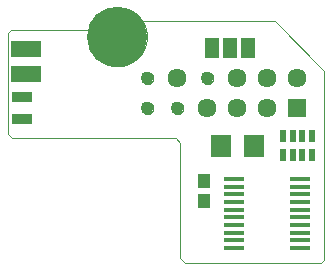
<source format=gts>
G04 EAGLE Gerber RS-274X export*
G75*
%MOMM*%
%FSLAX34Y34*%
%LPD*%
%INLötstopplack top*%
%IPPOS*%
%AMOC8*
5,1,8,0,0,1.08239X$1,22.5*%
G01*
%ADD10C,0.000000*%
%ADD11C,5.101600*%
%ADD12R,1.701600X0.451600*%
%ADD13R,0.600000X1.000000*%
%ADD14R,1.701600X0.901600*%
%ADD15R,1.101600X1.201600*%
%ADD16R,1.701600X1.901600*%
%ADD17R,2.641600X1.371600*%
%ADD18R,1.609600X1.609600*%
%ADD19C,1.609600*%
%ADD20C,1.101600*%
%ADD21R,1.270000X1.701800*%


D10*
X70200Y200100D02*
X70208Y200714D01*
X70230Y201327D01*
X70268Y201939D01*
X70320Y202550D01*
X70388Y203160D01*
X70471Y203768D01*
X70568Y204374D01*
X70680Y204977D01*
X70807Y205578D01*
X70949Y206175D01*
X71106Y206768D01*
X71276Y207357D01*
X71462Y207942D01*
X71661Y208522D01*
X71875Y209097D01*
X72103Y209667D01*
X72345Y210231D01*
X72600Y210789D01*
X72869Y211340D01*
X73152Y211885D01*
X73448Y212422D01*
X73757Y212953D01*
X74079Y213475D01*
X74413Y213989D01*
X74760Y214495D01*
X75120Y214992D01*
X75491Y215481D01*
X75875Y215960D01*
X76270Y216429D01*
X76676Y216889D01*
X77094Y217339D01*
X77522Y217778D01*
X77961Y218206D01*
X78411Y218624D01*
X78871Y219030D01*
X79340Y219425D01*
X79819Y219809D01*
X80308Y220180D01*
X80805Y220540D01*
X81311Y220887D01*
X81825Y221221D01*
X82347Y221543D01*
X82878Y221852D01*
X83415Y222148D01*
X83960Y222431D01*
X84511Y222700D01*
X85069Y222955D01*
X85633Y223197D01*
X86203Y223425D01*
X86778Y223639D01*
X87358Y223838D01*
X87943Y224024D01*
X88532Y224194D01*
X89125Y224351D01*
X89722Y224493D01*
X90323Y224620D01*
X90926Y224732D01*
X91532Y224829D01*
X92140Y224912D01*
X92750Y224980D01*
X93361Y225032D01*
X93973Y225070D01*
X94586Y225092D01*
X95200Y225100D01*
X95814Y225092D01*
X96427Y225070D01*
X97039Y225032D01*
X97650Y224980D01*
X98260Y224912D01*
X98868Y224829D01*
X99474Y224732D01*
X100077Y224620D01*
X100678Y224493D01*
X101275Y224351D01*
X101868Y224194D01*
X102457Y224024D01*
X103042Y223838D01*
X103622Y223639D01*
X104197Y223425D01*
X104767Y223197D01*
X105331Y222955D01*
X105889Y222700D01*
X106440Y222431D01*
X106985Y222148D01*
X107522Y221852D01*
X108053Y221543D01*
X108575Y221221D01*
X109089Y220887D01*
X109595Y220540D01*
X110092Y220180D01*
X110581Y219809D01*
X111060Y219425D01*
X111529Y219030D01*
X111989Y218624D01*
X112439Y218206D01*
X112878Y217778D01*
X113306Y217339D01*
X113724Y216889D01*
X114130Y216429D01*
X114525Y215960D01*
X114909Y215481D01*
X115280Y214992D01*
X115640Y214495D01*
X115987Y213989D01*
X116321Y213475D01*
X116643Y212953D01*
X116952Y212422D01*
X117248Y211885D01*
X117531Y211340D01*
X117800Y210789D01*
X118055Y210231D01*
X118297Y209667D01*
X118525Y209097D01*
X118739Y208522D01*
X118938Y207942D01*
X119124Y207357D01*
X119294Y206768D01*
X119451Y206175D01*
X119593Y205578D01*
X119720Y204977D01*
X119832Y204374D01*
X119929Y203768D01*
X120012Y203160D01*
X120080Y202550D01*
X120132Y201939D01*
X120170Y201327D01*
X120192Y200714D01*
X120200Y200100D01*
X120192Y199486D01*
X120170Y198873D01*
X120132Y198261D01*
X120080Y197650D01*
X120012Y197040D01*
X119929Y196432D01*
X119832Y195826D01*
X119720Y195223D01*
X119593Y194622D01*
X119451Y194025D01*
X119294Y193432D01*
X119124Y192843D01*
X118938Y192258D01*
X118739Y191678D01*
X118525Y191103D01*
X118297Y190533D01*
X118055Y189969D01*
X117800Y189411D01*
X117531Y188860D01*
X117248Y188315D01*
X116952Y187778D01*
X116643Y187247D01*
X116321Y186725D01*
X115987Y186211D01*
X115640Y185705D01*
X115280Y185208D01*
X114909Y184719D01*
X114525Y184240D01*
X114130Y183771D01*
X113724Y183311D01*
X113306Y182861D01*
X112878Y182422D01*
X112439Y181994D01*
X111989Y181576D01*
X111529Y181170D01*
X111060Y180775D01*
X110581Y180391D01*
X110092Y180020D01*
X109595Y179660D01*
X109089Y179313D01*
X108575Y178979D01*
X108053Y178657D01*
X107522Y178348D01*
X106985Y178052D01*
X106440Y177769D01*
X105889Y177500D01*
X105331Y177245D01*
X104767Y177003D01*
X104197Y176775D01*
X103622Y176561D01*
X103042Y176362D01*
X102457Y176176D01*
X101868Y176006D01*
X101275Y175849D01*
X100678Y175707D01*
X100077Y175580D01*
X99474Y175468D01*
X98868Y175371D01*
X98260Y175288D01*
X97650Y175220D01*
X97039Y175168D01*
X96427Y175130D01*
X95814Y175108D01*
X95200Y175100D01*
X94586Y175108D01*
X93973Y175130D01*
X93361Y175168D01*
X92750Y175220D01*
X92140Y175288D01*
X91532Y175371D01*
X90926Y175468D01*
X90323Y175580D01*
X89722Y175707D01*
X89125Y175849D01*
X88532Y176006D01*
X87943Y176176D01*
X87358Y176362D01*
X86778Y176561D01*
X86203Y176775D01*
X85633Y177003D01*
X85069Y177245D01*
X84511Y177500D01*
X83960Y177769D01*
X83415Y178052D01*
X82878Y178348D01*
X82347Y178657D01*
X81825Y178979D01*
X81311Y179313D01*
X80805Y179660D01*
X80308Y180020D01*
X79819Y180391D01*
X79340Y180775D01*
X78871Y181170D01*
X78411Y181576D01*
X77961Y181994D01*
X77522Y182422D01*
X77094Y182861D01*
X76676Y183311D01*
X76270Y183771D01*
X75875Y184240D01*
X75491Y184719D01*
X75120Y185208D01*
X74760Y185705D01*
X74413Y186211D01*
X74079Y186725D01*
X73757Y187247D01*
X73448Y187778D01*
X73152Y188315D01*
X72869Y188860D01*
X72600Y189411D01*
X72345Y189969D01*
X72103Y190533D01*
X71875Y191103D01*
X71661Y191678D01*
X71462Y192258D01*
X71276Y192843D01*
X71106Y193432D01*
X70949Y194025D01*
X70807Y194622D01*
X70680Y195223D01*
X70568Y195826D01*
X70471Y196432D01*
X70388Y197040D01*
X70320Y197650D01*
X70268Y198261D01*
X70230Y198873D01*
X70208Y199486D01*
X70200Y200100D01*
D11*
X95200Y200100D03*
D10*
X144780Y114300D02*
X148590Y110490D01*
X148590Y12700D01*
X152400Y8890D01*
X267970Y8890D01*
X270510Y11430D01*
X270510Y171450D01*
X228600Y213360D01*
X5080Y205740D02*
X2540Y203200D01*
X2540Y118110D01*
X6350Y114300D01*
X144780Y114300D01*
X101600Y213360D02*
X228600Y213360D01*
X101600Y213360D02*
X93980Y205740D01*
X5080Y205740D01*
D12*
X194250Y79750D03*
X194250Y73250D03*
X194250Y66750D03*
X194250Y60250D03*
X194250Y53750D03*
X194250Y47250D03*
X194250Y40750D03*
X194250Y34250D03*
X194250Y27750D03*
X194250Y21250D03*
X250250Y21250D03*
X250250Y27750D03*
X250250Y34250D03*
X250250Y40750D03*
X250250Y47250D03*
X250250Y53750D03*
X250250Y60250D03*
X250250Y66750D03*
X250250Y73250D03*
X250250Y79750D03*
D13*
X235650Y99950D03*
X243650Y99950D03*
X251650Y99950D03*
X259650Y99950D03*
X259650Y115950D03*
X251650Y115950D03*
X243650Y115950D03*
X235650Y115950D03*
D14*
X14288Y149225D03*
X14288Y130175D03*
D15*
X168275Y61350D03*
X168275Y78350D03*
D16*
X182850Y107950D03*
X210850Y107950D03*
D17*
X17780Y189865D03*
D18*
X247650Y139700D03*
D19*
X247650Y165100D03*
X222250Y139700D03*
X222250Y165100D03*
X196850Y139700D03*
X196850Y165100D03*
X146050Y165100D03*
D10*
X141050Y139700D02*
X141052Y139841D01*
X141058Y139982D01*
X141068Y140122D01*
X141082Y140262D01*
X141100Y140402D01*
X141121Y140541D01*
X141147Y140680D01*
X141176Y140818D01*
X141210Y140954D01*
X141247Y141090D01*
X141288Y141225D01*
X141333Y141359D01*
X141382Y141491D01*
X141434Y141622D01*
X141490Y141751D01*
X141550Y141878D01*
X141613Y142004D01*
X141679Y142128D01*
X141750Y142251D01*
X141823Y142371D01*
X141900Y142489D01*
X141980Y142605D01*
X142064Y142718D01*
X142150Y142829D01*
X142240Y142938D01*
X142333Y143044D01*
X142428Y143147D01*
X142527Y143248D01*
X142628Y143346D01*
X142732Y143441D01*
X142839Y143533D01*
X142948Y143622D01*
X143060Y143707D01*
X143174Y143790D01*
X143290Y143870D01*
X143409Y143946D01*
X143530Y144018D01*
X143652Y144088D01*
X143777Y144153D01*
X143903Y144216D01*
X144031Y144274D01*
X144161Y144329D01*
X144292Y144381D01*
X144425Y144428D01*
X144559Y144472D01*
X144694Y144513D01*
X144830Y144549D01*
X144967Y144581D01*
X145105Y144610D01*
X145243Y144635D01*
X145383Y144655D01*
X145523Y144672D01*
X145663Y144685D01*
X145804Y144694D01*
X145944Y144699D01*
X146085Y144700D01*
X146226Y144697D01*
X146367Y144690D01*
X146507Y144679D01*
X146647Y144664D01*
X146787Y144645D01*
X146926Y144623D01*
X147064Y144596D01*
X147202Y144566D01*
X147338Y144531D01*
X147474Y144493D01*
X147608Y144451D01*
X147742Y144405D01*
X147874Y144356D01*
X148004Y144302D01*
X148133Y144245D01*
X148260Y144185D01*
X148386Y144121D01*
X148509Y144053D01*
X148631Y143982D01*
X148751Y143908D01*
X148868Y143830D01*
X148983Y143749D01*
X149096Y143665D01*
X149207Y143578D01*
X149315Y143487D01*
X149420Y143394D01*
X149523Y143297D01*
X149623Y143198D01*
X149720Y143096D01*
X149814Y142991D01*
X149905Y142884D01*
X149993Y142774D01*
X150078Y142662D01*
X150160Y142547D01*
X150239Y142430D01*
X150314Y142311D01*
X150386Y142190D01*
X150454Y142067D01*
X150519Y141942D01*
X150581Y141815D01*
X150638Y141686D01*
X150693Y141556D01*
X150743Y141425D01*
X150790Y141292D01*
X150833Y141158D01*
X150872Y141022D01*
X150907Y140886D01*
X150939Y140749D01*
X150966Y140611D01*
X150990Y140472D01*
X151010Y140332D01*
X151026Y140192D01*
X151038Y140052D01*
X151046Y139911D01*
X151050Y139770D01*
X151050Y139630D01*
X151046Y139489D01*
X151038Y139348D01*
X151026Y139208D01*
X151010Y139068D01*
X150990Y138928D01*
X150966Y138789D01*
X150939Y138651D01*
X150907Y138514D01*
X150872Y138378D01*
X150833Y138242D01*
X150790Y138108D01*
X150743Y137975D01*
X150693Y137844D01*
X150638Y137714D01*
X150581Y137585D01*
X150519Y137458D01*
X150454Y137333D01*
X150386Y137210D01*
X150314Y137089D01*
X150239Y136970D01*
X150160Y136853D01*
X150078Y136738D01*
X149993Y136626D01*
X149905Y136516D01*
X149814Y136409D01*
X149720Y136304D01*
X149623Y136202D01*
X149523Y136103D01*
X149420Y136006D01*
X149315Y135913D01*
X149207Y135822D01*
X149096Y135735D01*
X148983Y135651D01*
X148868Y135570D01*
X148751Y135492D01*
X148631Y135418D01*
X148509Y135347D01*
X148386Y135279D01*
X148260Y135215D01*
X148133Y135155D01*
X148004Y135098D01*
X147874Y135044D01*
X147742Y134995D01*
X147608Y134949D01*
X147474Y134907D01*
X147338Y134869D01*
X147202Y134834D01*
X147064Y134804D01*
X146926Y134777D01*
X146787Y134755D01*
X146647Y134736D01*
X146507Y134721D01*
X146367Y134710D01*
X146226Y134703D01*
X146085Y134700D01*
X145944Y134701D01*
X145804Y134706D01*
X145663Y134715D01*
X145523Y134728D01*
X145383Y134745D01*
X145243Y134765D01*
X145105Y134790D01*
X144967Y134819D01*
X144830Y134851D01*
X144694Y134887D01*
X144559Y134928D01*
X144425Y134972D01*
X144292Y135019D01*
X144161Y135071D01*
X144031Y135126D01*
X143903Y135184D01*
X143777Y135247D01*
X143652Y135312D01*
X143530Y135382D01*
X143409Y135454D01*
X143290Y135530D01*
X143174Y135610D01*
X143060Y135693D01*
X142948Y135778D01*
X142839Y135867D01*
X142732Y135959D01*
X142628Y136054D01*
X142527Y136152D01*
X142428Y136253D01*
X142333Y136356D01*
X142240Y136462D01*
X142150Y136571D01*
X142064Y136682D01*
X141980Y136795D01*
X141900Y136911D01*
X141823Y137029D01*
X141750Y137149D01*
X141679Y137272D01*
X141613Y137396D01*
X141550Y137522D01*
X141490Y137649D01*
X141434Y137778D01*
X141382Y137909D01*
X141333Y138041D01*
X141288Y138175D01*
X141247Y138310D01*
X141210Y138446D01*
X141176Y138582D01*
X141147Y138720D01*
X141121Y138859D01*
X141100Y138998D01*
X141082Y139138D01*
X141068Y139278D01*
X141058Y139418D01*
X141052Y139559D01*
X141050Y139700D01*
D20*
X146050Y139700D03*
D10*
X115650Y139700D02*
X115652Y139841D01*
X115658Y139982D01*
X115668Y140122D01*
X115682Y140262D01*
X115700Y140402D01*
X115721Y140541D01*
X115747Y140680D01*
X115776Y140818D01*
X115810Y140954D01*
X115847Y141090D01*
X115888Y141225D01*
X115933Y141359D01*
X115982Y141491D01*
X116034Y141622D01*
X116090Y141751D01*
X116150Y141878D01*
X116213Y142004D01*
X116279Y142128D01*
X116350Y142251D01*
X116423Y142371D01*
X116500Y142489D01*
X116580Y142605D01*
X116664Y142718D01*
X116750Y142829D01*
X116840Y142938D01*
X116933Y143044D01*
X117028Y143147D01*
X117127Y143248D01*
X117228Y143346D01*
X117332Y143441D01*
X117439Y143533D01*
X117548Y143622D01*
X117660Y143707D01*
X117774Y143790D01*
X117890Y143870D01*
X118009Y143946D01*
X118130Y144018D01*
X118252Y144088D01*
X118377Y144153D01*
X118503Y144216D01*
X118631Y144274D01*
X118761Y144329D01*
X118892Y144381D01*
X119025Y144428D01*
X119159Y144472D01*
X119294Y144513D01*
X119430Y144549D01*
X119567Y144581D01*
X119705Y144610D01*
X119843Y144635D01*
X119983Y144655D01*
X120123Y144672D01*
X120263Y144685D01*
X120404Y144694D01*
X120544Y144699D01*
X120685Y144700D01*
X120826Y144697D01*
X120967Y144690D01*
X121107Y144679D01*
X121247Y144664D01*
X121387Y144645D01*
X121526Y144623D01*
X121664Y144596D01*
X121802Y144566D01*
X121938Y144531D01*
X122074Y144493D01*
X122208Y144451D01*
X122342Y144405D01*
X122474Y144356D01*
X122604Y144302D01*
X122733Y144245D01*
X122860Y144185D01*
X122986Y144121D01*
X123109Y144053D01*
X123231Y143982D01*
X123351Y143908D01*
X123468Y143830D01*
X123583Y143749D01*
X123696Y143665D01*
X123807Y143578D01*
X123915Y143487D01*
X124020Y143394D01*
X124123Y143297D01*
X124223Y143198D01*
X124320Y143096D01*
X124414Y142991D01*
X124505Y142884D01*
X124593Y142774D01*
X124678Y142662D01*
X124760Y142547D01*
X124839Y142430D01*
X124914Y142311D01*
X124986Y142190D01*
X125054Y142067D01*
X125119Y141942D01*
X125181Y141815D01*
X125238Y141686D01*
X125293Y141556D01*
X125343Y141425D01*
X125390Y141292D01*
X125433Y141158D01*
X125472Y141022D01*
X125507Y140886D01*
X125539Y140749D01*
X125566Y140611D01*
X125590Y140472D01*
X125610Y140332D01*
X125626Y140192D01*
X125638Y140052D01*
X125646Y139911D01*
X125650Y139770D01*
X125650Y139630D01*
X125646Y139489D01*
X125638Y139348D01*
X125626Y139208D01*
X125610Y139068D01*
X125590Y138928D01*
X125566Y138789D01*
X125539Y138651D01*
X125507Y138514D01*
X125472Y138378D01*
X125433Y138242D01*
X125390Y138108D01*
X125343Y137975D01*
X125293Y137844D01*
X125238Y137714D01*
X125181Y137585D01*
X125119Y137458D01*
X125054Y137333D01*
X124986Y137210D01*
X124914Y137089D01*
X124839Y136970D01*
X124760Y136853D01*
X124678Y136738D01*
X124593Y136626D01*
X124505Y136516D01*
X124414Y136409D01*
X124320Y136304D01*
X124223Y136202D01*
X124123Y136103D01*
X124020Y136006D01*
X123915Y135913D01*
X123807Y135822D01*
X123696Y135735D01*
X123583Y135651D01*
X123468Y135570D01*
X123351Y135492D01*
X123231Y135418D01*
X123109Y135347D01*
X122986Y135279D01*
X122860Y135215D01*
X122733Y135155D01*
X122604Y135098D01*
X122474Y135044D01*
X122342Y134995D01*
X122208Y134949D01*
X122074Y134907D01*
X121938Y134869D01*
X121802Y134834D01*
X121664Y134804D01*
X121526Y134777D01*
X121387Y134755D01*
X121247Y134736D01*
X121107Y134721D01*
X120967Y134710D01*
X120826Y134703D01*
X120685Y134700D01*
X120544Y134701D01*
X120404Y134706D01*
X120263Y134715D01*
X120123Y134728D01*
X119983Y134745D01*
X119843Y134765D01*
X119705Y134790D01*
X119567Y134819D01*
X119430Y134851D01*
X119294Y134887D01*
X119159Y134928D01*
X119025Y134972D01*
X118892Y135019D01*
X118761Y135071D01*
X118631Y135126D01*
X118503Y135184D01*
X118377Y135247D01*
X118252Y135312D01*
X118130Y135382D01*
X118009Y135454D01*
X117890Y135530D01*
X117774Y135610D01*
X117660Y135693D01*
X117548Y135778D01*
X117439Y135867D01*
X117332Y135959D01*
X117228Y136054D01*
X117127Y136152D01*
X117028Y136253D01*
X116933Y136356D01*
X116840Y136462D01*
X116750Y136571D01*
X116664Y136682D01*
X116580Y136795D01*
X116500Y136911D01*
X116423Y137029D01*
X116350Y137149D01*
X116279Y137272D01*
X116213Y137396D01*
X116150Y137522D01*
X116090Y137649D01*
X116034Y137778D01*
X115982Y137909D01*
X115933Y138041D01*
X115888Y138175D01*
X115847Y138310D01*
X115810Y138446D01*
X115776Y138582D01*
X115747Y138720D01*
X115721Y138859D01*
X115700Y138998D01*
X115682Y139138D01*
X115668Y139278D01*
X115658Y139418D01*
X115652Y139559D01*
X115650Y139700D01*
D20*
X120650Y139700D03*
D10*
X115650Y165100D02*
X115652Y165241D01*
X115658Y165382D01*
X115668Y165522D01*
X115682Y165662D01*
X115700Y165802D01*
X115721Y165941D01*
X115747Y166080D01*
X115776Y166218D01*
X115810Y166354D01*
X115847Y166490D01*
X115888Y166625D01*
X115933Y166759D01*
X115982Y166891D01*
X116034Y167022D01*
X116090Y167151D01*
X116150Y167278D01*
X116213Y167404D01*
X116279Y167528D01*
X116350Y167651D01*
X116423Y167771D01*
X116500Y167889D01*
X116580Y168005D01*
X116664Y168118D01*
X116750Y168229D01*
X116840Y168338D01*
X116933Y168444D01*
X117028Y168547D01*
X117127Y168648D01*
X117228Y168746D01*
X117332Y168841D01*
X117439Y168933D01*
X117548Y169022D01*
X117660Y169107D01*
X117774Y169190D01*
X117890Y169270D01*
X118009Y169346D01*
X118130Y169418D01*
X118252Y169488D01*
X118377Y169553D01*
X118503Y169616D01*
X118631Y169674D01*
X118761Y169729D01*
X118892Y169781D01*
X119025Y169828D01*
X119159Y169872D01*
X119294Y169913D01*
X119430Y169949D01*
X119567Y169981D01*
X119705Y170010D01*
X119843Y170035D01*
X119983Y170055D01*
X120123Y170072D01*
X120263Y170085D01*
X120404Y170094D01*
X120544Y170099D01*
X120685Y170100D01*
X120826Y170097D01*
X120967Y170090D01*
X121107Y170079D01*
X121247Y170064D01*
X121387Y170045D01*
X121526Y170023D01*
X121664Y169996D01*
X121802Y169966D01*
X121938Y169931D01*
X122074Y169893D01*
X122208Y169851D01*
X122342Y169805D01*
X122474Y169756D01*
X122604Y169702D01*
X122733Y169645D01*
X122860Y169585D01*
X122986Y169521D01*
X123109Y169453D01*
X123231Y169382D01*
X123351Y169308D01*
X123468Y169230D01*
X123583Y169149D01*
X123696Y169065D01*
X123807Y168978D01*
X123915Y168887D01*
X124020Y168794D01*
X124123Y168697D01*
X124223Y168598D01*
X124320Y168496D01*
X124414Y168391D01*
X124505Y168284D01*
X124593Y168174D01*
X124678Y168062D01*
X124760Y167947D01*
X124839Y167830D01*
X124914Y167711D01*
X124986Y167590D01*
X125054Y167467D01*
X125119Y167342D01*
X125181Y167215D01*
X125238Y167086D01*
X125293Y166956D01*
X125343Y166825D01*
X125390Y166692D01*
X125433Y166558D01*
X125472Y166422D01*
X125507Y166286D01*
X125539Y166149D01*
X125566Y166011D01*
X125590Y165872D01*
X125610Y165732D01*
X125626Y165592D01*
X125638Y165452D01*
X125646Y165311D01*
X125650Y165170D01*
X125650Y165030D01*
X125646Y164889D01*
X125638Y164748D01*
X125626Y164608D01*
X125610Y164468D01*
X125590Y164328D01*
X125566Y164189D01*
X125539Y164051D01*
X125507Y163914D01*
X125472Y163778D01*
X125433Y163642D01*
X125390Y163508D01*
X125343Y163375D01*
X125293Y163244D01*
X125238Y163114D01*
X125181Y162985D01*
X125119Y162858D01*
X125054Y162733D01*
X124986Y162610D01*
X124914Y162489D01*
X124839Y162370D01*
X124760Y162253D01*
X124678Y162138D01*
X124593Y162026D01*
X124505Y161916D01*
X124414Y161809D01*
X124320Y161704D01*
X124223Y161602D01*
X124123Y161503D01*
X124020Y161406D01*
X123915Y161313D01*
X123807Y161222D01*
X123696Y161135D01*
X123583Y161051D01*
X123468Y160970D01*
X123351Y160892D01*
X123231Y160818D01*
X123109Y160747D01*
X122986Y160679D01*
X122860Y160615D01*
X122733Y160555D01*
X122604Y160498D01*
X122474Y160444D01*
X122342Y160395D01*
X122208Y160349D01*
X122074Y160307D01*
X121938Y160269D01*
X121802Y160234D01*
X121664Y160204D01*
X121526Y160177D01*
X121387Y160155D01*
X121247Y160136D01*
X121107Y160121D01*
X120967Y160110D01*
X120826Y160103D01*
X120685Y160100D01*
X120544Y160101D01*
X120404Y160106D01*
X120263Y160115D01*
X120123Y160128D01*
X119983Y160145D01*
X119843Y160165D01*
X119705Y160190D01*
X119567Y160219D01*
X119430Y160251D01*
X119294Y160287D01*
X119159Y160328D01*
X119025Y160372D01*
X118892Y160419D01*
X118761Y160471D01*
X118631Y160526D01*
X118503Y160584D01*
X118377Y160647D01*
X118252Y160712D01*
X118130Y160782D01*
X118009Y160854D01*
X117890Y160930D01*
X117774Y161010D01*
X117660Y161093D01*
X117548Y161178D01*
X117439Y161267D01*
X117332Y161359D01*
X117228Y161454D01*
X117127Y161552D01*
X117028Y161653D01*
X116933Y161756D01*
X116840Y161862D01*
X116750Y161971D01*
X116664Y162082D01*
X116580Y162195D01*
X116500Y162311D01*
X116423Y162429D01*
X116350Y162549D01*
X116279Y162672D01*
X116213Y162796D01*
X116150Y162922D01*
X116090Y163049D01*
X116034Y163178D01*
X115982Y163309D01*
X115933Y163441D01*
X115888Y163575D01*
X115847Y163710D01*
X115810Y163846D01*
X115776Y163982D01*
X115747Y164120D01*
X115721Y164259D01*
X115700Y164398D01*
X115682Y164538D01*
X115668Y164678D01*
X115658Y164818D01*
X115652Y164959D01*
X115650Y165100D01*
D20*
X120650Y165100D03*
D19*
X171450Y139700D03*
D10*
X166450Y165100D02*
X166452Y165241D01*
X166458Y165382D01*
X166468Y165522D01*
X166482Y165662D01*
X166500Y165802D01*
X166521Y165941D01*
X166547Y166080D01*
X166576Y166218D01*
X166610Y166354D01*
X166647Y166490D01*
X166688Y166625D01*
X166733Y166759D01*
X166782Y166891D01*
X166834Y167022D01*
X166890Y167151D01*
X166950Y167278D01*
X167013Y167404D01*
X167079Y167528D01*
X167150Y167651D01*
X167223Y167771D01*
X167300Y167889D01*
X167380Y168005D01*
X167464Y168118D01*
X167550Y168229D01*
X167640Y168338D01*
X167733Y168444D01*
X167828Y168547D01*
X167927Y168648D01*
X168028Y168746D01*
X168132Y168841D01*
X168239Y168933D01*
X168348Y169022D01*
X168460Y169107D01*
X168574Y169190D01*
X168690Y169270D01*
X168809Y169346D01*
X168930Y169418D01*
X169052Y169488D01*
X169177Y169553D01*
X169303Y169616D01*
X169431Y169674D01*
X169561Y169729D01*
X169692Y169781D01*
X169825Y169828D01*
X169959Y169872D01*
X170094Y169913D01*
X170230Y169949D01*
X170367Y169981D01*
X170505Y170010D01*
X170643Y170035D01*
X170783Y170055D01*
X170923Y170072D01*
X171063Y170085D01*
X171204Y170094D01*
X171344Y170099D01*
X171485Y170100D01*
X171626Y170097D01*
X171767Y170090D01*
X171907Y170079D01*
X172047Y170064D01*
X172187Y170045D01*
X172326Y170023D01*
X172464Y169996D01*
X172602Y169966D01*
X172738Y169931D01*
X172874Y169893D01*
X173008Y169851D01*
X173142Y169805D01*
X173274Y169756D01*
X173404Y169702D01*
X173533Y169645D01*
X173660Y169585D01*
X173786Y169521D01*
X173909Y169453D01*
X174031Y169382D01*
X174151Y169308D01*
X174268Y169230D01*
X174383Y169149D01*
X174496Y169065D01*
X174607Y168978D01*
X174715Y168887D01*
X174820Y168794D01*
X174923Y168697D01*
X175023Y168598D01*
X175120Y168496D01*
X175214Y168391D01*
X175305Y168284D01*
X175393Y168174D01*
X175478Y168062D01*
X175560Y167947D01*
X175639Y167830D01*
X175714Y167711D01*
X175786Y167590D01*
X175854Y167467D01*
X175919Y167342D01*
X175981Y167215D01*
X176038Y167086D01*
X176093Y166956D01*
X176143Y166825D01*
X176190Y166692D01*
X176233Y166558D01*
X176272Y166422D01*
X176307Y166286D01*
X176339Y166149D01*
X176366Y166011D01*
X176390Y165872D01*
X176410Y165732D01*
X176426Y165592D01*
X176438Y165452D01*
X176446Y165311D01*
X176450Y165170D01*
X176450Y165030D01*
X176446Y164889D01*
X176438Y164748D01*
X176426Y164608D01*
X176410Y164468D01*
X176390Y164328D01*
X176366Y164189D01*
X176339Y164051D01*
X176307Y163914D01*
X176272Y163778D01*
X176233Y163642D01*
X176190Y163508D01*
X176143Y163375D01*
X176093Y163244D01*
X176038Y163114D01*
X175981Y162985D01*
X175919Y162858D01*
X175854Y162733D01*
X175786Y162610D01*
X175714Y162489D01*
X175639Y162370D01*
X175560Y162253D01*
X175478Y162138D01*
X175393Y162026D01*
X175305Y161916D01*
X175214Y161809D01*
X175120Y161704D01*
X175023Y161602D01*
X174923Y161503D01*
X174820Y161406D01*
X174715Y161313D01*
X174607Y161222D01*
X174496Y161135D01*
X174383Y161051D01*
X174268Y160970D01*
X174151Y160892D01*
X174031Y160818D01*
X173909Y160747D01*
X173786Y160679D01*
X173660Y160615D01*
X173533Y160555D01*
X173404Y160498D01*
X173274Y160444D01*
X173142Y160395D01*
X173008Y160349D01*
X172874Y160307D01*
X172738Y160269D01*
X172602Y160234D01*
X172464Y160204D01*
X172326Y160177D01*
X172187Y160155D01*
X172047Y160136D01*
X171907Y160121D01*
X171767Y160110D01*
X171626Y160103D01*
X171485Y160100D01*
X171344Y160101D01*
X171204Y160106D01*
X171063Y160115D01*
X170923Y160128D01*
X170783Y160145D01*
X170643Y160165D01*
X170505Y160190D01*
X170367Y160219D01*
X170230Y160251D01*
X170094Y160287D01*
X169959Y160328D01*
X169825Y160372D01*
X169692Y160419D01*
X169561Y160471D01*
X169431Y160526D01*
X169303Y160584D01*
X169177Y160647D01*
X169052Y160712D01*
X168930Y160782D01*
X168809Y160854D01*
X168690Y160930D01*
X168574Y161010D01*
X168460Y161093D01*
X168348Y161178D01*
X168239Y161267D01*
X168132Y161359D01*
X168028Y161454D01*
X167927Y161552D01*
X167828Y161653D01*
X167733Y161756D01*
X167640Y161862D01*
X167550Y161971D01*
X167464Y162082D01*
X167380Y162195D01*
X167300Y162311D01*
X167223Y162429D01*
X167150Y162549D01*
X167079Y162672D01*
X167013Y162796D01*
X166950Y162922D01*
X166890Y163049D01*
X166834Y163178D01*
X166782Y163309D01*
X166733Y163441D01*
X166688Y163575D01*
X166647Y163710D01*
X166610Y163846D01*
X166576Y163982D01*
X166547Y164120D01*
X166521Y164259D01*
X166500Y164398D01*
X166482Y164538D01*
X166468Y164678D01*
X166458Y164818D01*
X166452Y164959D01*
X166450Y165100D01*
D20*
X171450Y165100D03*
D21*
X205740Y190500D03*
X190500Y190500D03*
X175260Y190500D03*
D17*
X17780Y168910D03*
M02*

</source>
